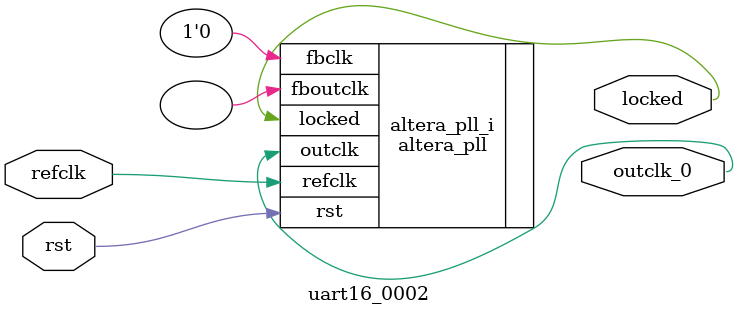
<source format=v>
`timescale 1ns/10ps
module  uart16_0002(

	// interface 'refclk'
	input wire refclk,

	// interface 'reset'
	input wire rst,

	// interface 'outclk0'
	output wire outclk_0,

	// interface 'locked'
	output wire locked
);

	altera_pll #(
		.fractional_vco_multiplier("true"),
		.reference_clock_frequency("50.0 MHz"),
		.operation_mode("direct"),
		.number_of_clocks(1),
		.output_clock_frequency0("1.843200 MHz"),
		.phase_shift0("0 ps"),
		.duty_cycle0(50),
		.output_clock_frequency1("0 MHz"),
		.phase_shift1("0 ps"),
		.duty_cycle1(50),
		.output_clock_frequency2("0 MHz"),
		.phase_shift2("0 ps"),
		.duty_cycle2(50),
		.output_clock_frequency3("0 MHz"),
		.phase_shift3("0 ps"),
		.duty_cycle3(50),
		.output_clock_frequency4("0 MHz"),
		.phase_shift4("0 ps"),
		.duty_cycle4(50),
		.output_clock_frequency5("0 MHz"),
		.phase_shift5("0 ps"),
		.duty_cycle5(50),
		.output_clock_frequency6("0 MHz"),
		.phase_shift6("0 ps"),
		.duty_cycle6(50),
		.output_clock_frequency7("0 MHz"),
		.phase_shift7("0 ps"),
		.duty_cycle7(50),
		.output_clock_frequency8("0 MHz"),
		.phase_shift8("0 ps"),
		.duty_cycle8(50),
		.output_clock_frequency9("0 MHz"),
		.phase_shift9("0 ps"),
		.duty_cycle9(50),
		.output_clock_frequency10("0 MHz"),
		.phase_shift10("0 ps"),
		.duty_cycle10(50),
		.output_clock_frequency11("0 MHz"),
		.phase_shift11("0 ps"),
		.duty_cycle11(50),
		.output_clock_frequency12("0 MHz"),
		.phase_shift12("0 ps"),
		.duty_cycle12(50),
		.output_clock_frequency13("0 MHz"),
		.phase_shift13("0 ps"),
		.duty_cycle13(50),
		.output_clock_frequency14("0 MHz"),
		.phase_shift14("0 ps"),
		.duty_cycle14(50),
		.output_clock_frequency15("0 MHz"),
		.phase_shift15("0 ps"),
		.duty_cycle15(50),
		.output_clock_frequency16("0 MHz"),
		.phase_shift16("0 ps"),
		.duty_cycle16(50),
		.output_clock_frequency17("0 MHz"),
		.phase_shift17("0 ps"),
		.duty_cycle17(50),
		.pll_type("General"),
		.pll_subtype("General")
	) altera_pll_i (
		.rst	(rst),
		.outclk	({outclk_0}),
		.locked	(locked),
		.fboutclk	( ),
		.fbclk	(1'b0),
		.refclk	(refclk)
	);
endmodule


</source>
